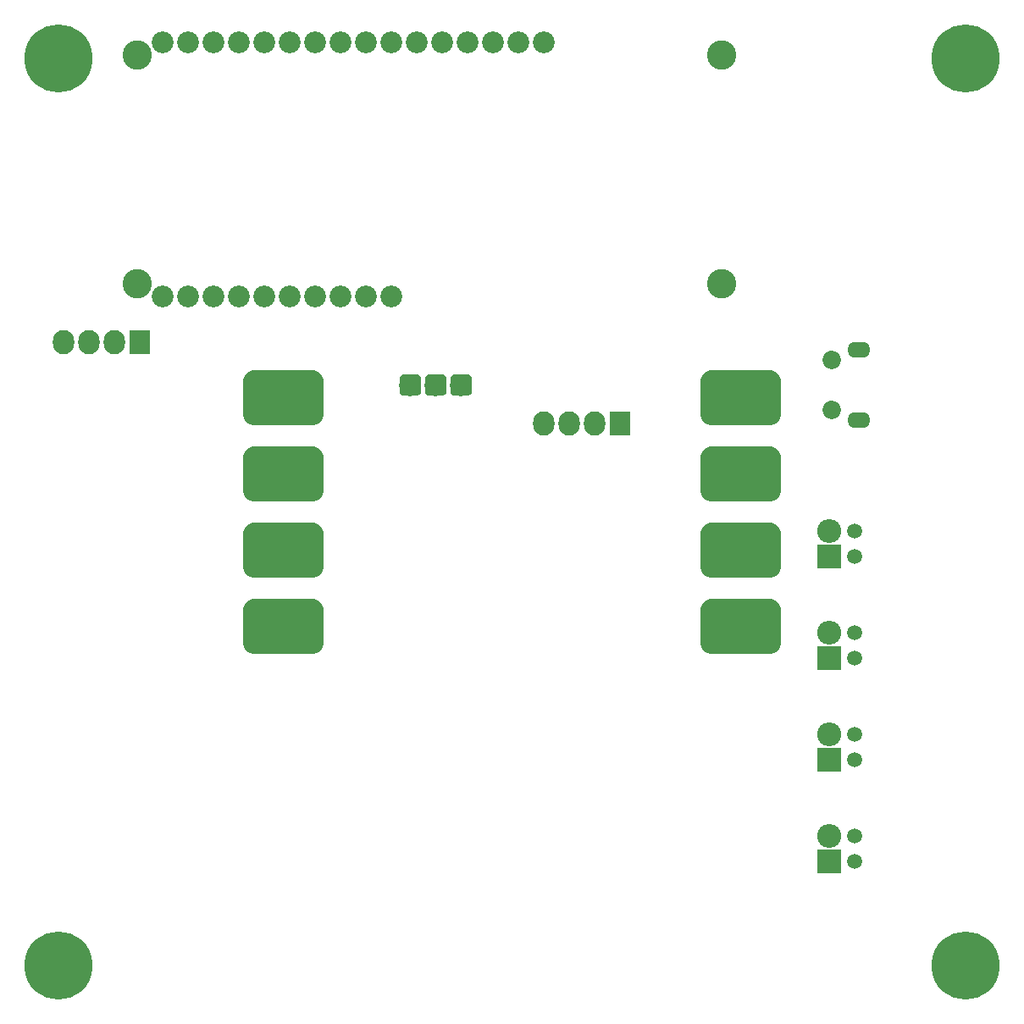
<source format=gbs>
G04 #@! TF.GenerationSoftware,KiCad,Pcbnew,5.0.0-rc2-dev-unknown-1cd6477~63~ubuntu16.04.1*
G04 #@! TF.CreationDate,2018-03-26T19:24:23+05:30*
G04 #@! TF.ProjectId,wyostat,77796F737461742E6B696361645F7063,rev?*
G04 #@! TF.SameCoordinates,Original*
G04 #@! TF.FileFunction,Soldermask,Bot*
G04 #@! TF.FilePolarity,Negative*
%FSLAX46Y46*%
G04 Gerber Fmt 4.6, Leading zero omitted, Abs format (unit mm)*
G04 Created by KiCad (PCBNEW 5.0.0-rc2-dev-unknown-1cd6477~63~ubuntu16.04.1) date Mon Mar 26 19:24:23 2018*
%MOMM*%
%LPD*%
G01*
G04 APERTURE LIST*
%ADD10C,0.508000*%
%ADD11C,5.480000*%
%ADD12C,2.940000*%
%ADD13C,2.178000*%
%ADD14O,2.300000X1.600000*%
%ADD15C,1.850000*%
%ADD16O,2.127200X2.432000*%
%ADD17R,2.127200X2.432000*%
%ADD18O,2.398980X2.398980*%
%ADD19R,2.398980X2.398980*%
%ADD20C,1.500000*%
%ADD21C,1.200000*%
%ADD22C,6.800000*%
G04 APERTURE END LIST*
D10*
G36*
X61441427Y-89975278D02*
X61547819Y-89991059D01*
X61652152Y-90017193D01*
X61753421Y-90053428D01*
X61850651Y-90099414D01*
X61942905Y-90154709D01*
X62029295Y-90218781D01*
X62108989Y-90291011D01*
X62181219Y-90370705D01*
X62245291Y-90457095D01*
X62300586Y-90549349D01*
X62346572Y-90646579D01*
X62382807Y-90747848D01*
X62408941Y-90852181D01*
X62424722Y-90958573D01*
X62430000Y-91066000D01*
X62430000Y-94354000D01*
X62424722Y-94461427D01*
X62408941Y-94567819D01*
X62382807Y-94672152D01*
X62346572Y-94773421D01*
X62300586Y-94870651D01*
X62245291Y-94962905D01*
X62181219Y-95049295D01*
X62108989Y-95128989D01*
X62029295Y-95201219D01*
X61942905Y-95265291D01*
X61850651Y-95320586D01*
X61753421Y-95366572D01*
X61652152Y-95402807D01*
X61547819Y-95428941D01*
X61441427Y-95444722D01*
X61334000Y-95450000D01*
X55506000Y-95450000D01*
X55398573Y-95444722D01*
X55292181Y-95428941D01*
X55187848Y-95402807D01*
X55086579Y-95366572D01*
X54989349Y-95320586D01*
X54897095Y-95265291D01*
X54810705Y-95201219D01*
X54731011Y-95128989D01*
X54658781Y-95049295D01*
X54594709Y-94962905D01*
X54539414Y-94870651D01*
X54493428Y-94773421D01*
X54457193Y-94672152D01*
X54431059Y-94567819D01*
X54415278Y-94461427D01*
X54410000Y-94354000D01*
X54410000Y-91066000D01*
X54415278Y-90958573D01*
X54431059Y-90852181D01*
X54457193Y-90747848D01*
X54493428Y-90646579D01*
X54539414Y-90549349D01*
X54594709Y-90457095D01*
X54658781Y-90370705D01*
X54731011Y-90291011D01*
X54810705Y-90218781D01*
X54897095Y-90154709D01*
X54989349Y-90099414D01*
X55086579Y-90053428D01*
X55187848Y-90017193D01*
X55292181Y-89991059D01*
X55398573Y-89975278D01*
X55506000Y-89970000D01*
X61334000Y-89970000D01*
X61441427Y-89975278D01*
X61441427Y-89975278D01*
G37*
D11*
X58420000Y-92710000D03*
D10*
G36*
X61441427Y-82355278D02*
X61547819Y-82371059D01*
X61652152Y-82397193D01*
X61753421Y-82433428D01*
X61850651Y-82479414D01*
X61942905Y-82534709D01*
X62029295Y-82598781D01*
X62108989Y-82671011D01*
X62181219Y-82750705D01*
X62245291Y-82837095D01*
X62300586Y-82929349D01*
X62346572Y-83026579D01*
X62382807Y-83127848D01*
X62408941Y-83232181D01*
X62424722Y-83338573D01*
X62430000Y-83446000D01*
X62430000Y-86734000D01*
X62424722Y-86841427D01*
X62408941Y-86947819D01*
X62382807Y-87052152D01*
X62346572Y-87153421D01*
X62300586Y-87250651D01*
X62245291Y-87342905D01*
X62181219Y-87429295D01*
X62108989Y-87508989D01*
X62029295Y-87581219D01*
X61942905Y-87645291D01*
X61850651Y-87700586D01*
X61753421Y-87746572D01*
X61652152Y-87782807D01*
X61547819Y-87808941D01*
X61441427Y-87824722D01*
X61334000Y-87830000D01*
X55506000Y-87830000D01*
X55398573Y-87824722D01*
X55292181Y-87808941D01*
X55187848Y-87782807D01*
X55086579Y-87746572D01*
X54989349Y-87700586D01*
X54897095Y-87645291D01*
X54810705Y-87581219D01*
X54731011Y-87508989D01*
X54658781Y-87429295D01*
X54594709Y-87342905D01*
X54539414Y-87250651D01*
X54493428Y-87153421D01*
X54457193Y-87052152D01*
X54431059Y-86947819D01*
X54415278Y-86841427D01*
X54410000Y-86734000D01*
X54410000Y-83446000D01*
X54415278Y-83338573D01*
X54431059Y-83232181D01*
X54457193Y-83127848D01*
X54493428Y-83026579D01*
X54539414Y-82929349D01*
X54594709Y-82837095D01*
X54658781Y-82750705D01*
X54731011Y-82671011D01*
X54810705Y-82598781D01*
X54897095Y-82534709D01*
X54989349Y-82479414D01*
X55086579Y-82433428D01*
X55187848Y-82397193D01*
X55292181Y-82371059D01*
X55398573Y-82355278D01*
X55506000Y-82350000D01*
X61334000Y-82350000D01*
X61441427Y-82355278D01*
X61441427Y-82355278D01*
G37*
D11*
X58420000Y-85090000D03*
D10*
G36*
X107161427Y-89975278D02*
X107267819Y-89991059D01*
X107372152Y-90017193D01*
X107473421Y-90053428D01*
X107570651Y-90099414D01*
X107662905Y-90154709D01*
X107749295Y-90218781D01*
X107828989Y-90291011D01*
X107901219Y-90370705D01*
X107965291Y-90457095D01*
X108020586Y-90549349D01*
X108066572Y-90646579D01*
X108102807Y-90747848D01*
X108128941Y-90852181D01*
X108144722Y-90958573D01*
X108150000Y-91066000D01*
X108150000Y-94354000D01*
X108144722Y-94461427D01*
X108128941Y-94567819D01*
X108102807Y-94672152D01*
X108066572Y-94773421D01*
X108020586Y-94870651D01*
X107965291Y-94962905D01*
X107901219Y-95049295D01*
X107828989Y-95128989D01*
X107749295Y-95201219D01*
X107662905Y-95265291D01*
X107570651Y-95320586D01*
X107473421Y-95366572D01*
X107372152Y-95402807D01*
X107267819Y-95428941D01*
X107161427Y-95444722D01*
X107054000Y-95450000D01*
X101226000Y-95450000D01*
X101118573Y-95444722D01*
X101012181Y-95428941D01*
X100907848Y-95402807D01*
X100806579Y-95366572D01*
X100709349Y-95320586D01*
X100617095Y-95265291D01*
X100530705Y-95201219D01*
X100451011Y-95128989D01*
X100378781Y-95049295D01*
X100314709Y-94962905D01*
X100259414Y-94870651D01*
X100213428Y-94773421D01*
X100177193Y-94672152D01*
X100151059Y-94567819D01*
X100135278Y-94461427D01*
X100130000Y-94354000D01*
X100130000Y-91066000D01*
X100135278Y-90958573D01*
X100151059Y-90852181D01*
X100177193Y-90747848D01*
X100213428Y-90646579D01*
X100259414Y-90549349D01*
X100314709Y-90457095D01*
X100378781Y-90370705D01*
X100451011Y-90291011D01*
X100530705Y-90218781D01*
X100617095Y-90154709D01*
X100709349Y-90099414D01*
X100806579Y-90053428D01*
X100907848Y-90017193D01*
X101012181Y-89991059D01*
X101118573Y-89975278D01*
X101226000Y-89970000D01*
X107054000Y-89970000D01*
X107161427Y-89975278D01*
X107161427Y-89975278D01*
G37*
D11*
X104140000Y-92710000D03*
D10*
G36*
X107161427Y-67115278D02*
X107267819Y-67131059D01*
X107372152Y-67157193D01*
X107473421Y-67193428D01*
X107570651Y-67239414D01*
X107662905Y-67294709D01*
X107749295Y-67358781D01*
X107828989Y-67431011D01*
X107901219Y-67510705D01*
X107965291Y-67597095D01*
X108020586Y-67689349D01*
X108066572Y-67786579D01*
X108102807Y-67887848D01*
X108128941Y-67992181D01*
X108144722Y-68098573D01*
X108150000Y-68206000D01*
X108150000Y-71494000D01*
X108144722Y-71601427D01*
X108128941Y-71707819D01*
X108102807Y-71812152D01*
X108066572Y-71913421D01*
X108020586Y-72010651D01*
X107965291Y-72102905D01*
X107901219Y-72189295D01*
X107828989Y-72268989D01*
X107749295Y-72341219D01*
X107662905Y-72405291D01*
X107570651Y-72460586D01*
X107473421Y-72506572D01*
X107372152Y-72542807D01*
X107267819Y-72568941D01*
X107161427Y-72584722D01*
X107054000Y-72590000D01*
X101226000Y-72590000D01*
X101118573Y-72584722D01*
X101012181Y-72568941D01*
X100907848Y-72542807D01*
X100806579Y-72506572D01*
X100709349Y-72460586D01*
X100617095Y-72405291D01*
X100530705Y-72341219D01*
X100451011Y-72268989D01*
X100378781Y-72189295D01*
X100314709Y-72102905D01*
X100259414Y-72010651D01*
X100213428Y-71913421D01*
X100177193Y-71812152D01*
X100151059Y-71707819D01*
X100135278Y-71601427D01*
X100130000Y-71494000D01*
X100130000Y-68206000D01*
X100135278Y-68098573D01*
X100151059Y-67992181D01*
X100177193Y-67887848D01*
X100213428Y-67786579D01*
X100259414Y-67689349D01*
X100314709Y-67597095D01*
X100378781Y-67510705D01*
X100451011Y-67431011D01*
X100530705Y-67358781D01*
X100617095Y-67294709D01*
X100709349Y-67239414D01*
X100806579Y-67193428D01*
X100907848Y-67157193D01*
X101012181Y-67131059D01*
X101118573Y-67115278D01*
X101226000Y-67110000D01*
X107054000Y-67110000D01*
X107161427Y-67115278D01*
X107161427Y-67115278D01*
G37*
D11*
X104140000Y-69850000D03*
D10*
G36*
X107161427Y-82355278D02*
X107267819Y-82371059D01*
X107372152Y-82397193D01*
X107473421Y-82433428D01*
X107570651Y-82479414D01*
X107662905Y-82534709D01*
X107749295Y-82598781D01*
X107828989Y-82671011D01*
X107901219Y-82750705D01*
X107965291Y-82837095D01*
X108020586Y-82929349D01*
X108066572Y-83026579D01*
X108102807Y-83127848D01*
X108128941Y-83232181D01*
X108144722Y-83338573D01*
X108150000Y-83446000D01*
X108150000Y-86734000D01*
X108144722Y-86841427D01*
X108128941Y-86947819D01*
X108102807Y-87052152D01*
X108066572Y-87153421D01*
X108020586Y-87250651D01*
X107965291Y-87342905D01*
X107901219Y-87429295D01*
X107828989Y-87508989D01*
X107749295Y-87581219D01*
X107662905Y-87645291D01*
X107570651Y-87700586D01*
X107473421Y-87746572D01*
X107372152Y-87782807D01*
X107267819Y-87808941D01*
X107161427Y-87824722D01*
X107054000Y-87830000D01*
X101226000Y-87830000D01*
X101118573Y-87824722D01*
X101012181Y-87808941D01*
X100907848Y-87782807D01*
X100806579Y-87746572D01*
X100709349Y-87700586D01*
X100617095Y-87645291D01*
X100530705Y-87581219D01*
X100451011Y-87508989D01*
X100378781Y-87429295D01*
X100314709Y-87342905D01*
X100259414Y-87250651D01*
X100213428Y-87153421D01*
X100177193Y-87052152D01*
X100151059Y-86947819D01*
X100135278Y-86841427D01*
X100130000Y-86734000D01*
X100130000Y-83446000D01*
X100135278Y-83338573D01*
X100151059Y-83232181D01*
X100177193Y-83127848D01*
X100213428Y-83026579D01*
X100259414Y-82929349D01*
X100314709Y-82837095D01*
X100378781Y-82750705D01*
X100451011Y-82671011D01*
X100530705Y-82598781D01*
X100617095Y-82534709D01*
X100709349Y-82479414D01*
X100806579Y-82433428D01*
X100907848Y-82397193D01*
X101012181Y-82371059D01*
X101118573Y-82355278D01*
X101226000Y-82350000D01*
X107054000Y-82350000D01*
X107161427Y-82355278D01*
X107161427Y-82355278D01*
G37*
D11*
X104140000Y-85090000D03*
D10*
G36*
X107161427Y-74735278D02*
X107267819Y-74751059D01*
X107372152Y-74777193D01*
X107473421Y-74813428D01*
X107570651Y-74859414D01*
X107662905Y-74914709D01*
X107749295Y-74978781D01*
X107828989Y-75051011D01*
X107901219Y-75130705D01*
X107965291Y-75217095D01*
X108020586Y-75309349D01*
X108066572Y-75406579D01*
X108102807Y-75507848D01*
X108128941Y-75612181D01*
X108144722Y-75718573D01*
X108150000Y-75826000D01*
X108150000Y-79114000D01*
X108144722Y-79221427D01*
X108128941Y-79327819D01*
X108102807Y-79432152D01*
X108066572Y-79533421D01*
X108020586Y-79630651D01*
X107965291Y-79722905D01*
X107901219Y-79809295D01*
X107828989Y-79888989D01*
X107749295Y-79961219D01*
X107662905Y-80025291D01*
X107570651Y-80080586D01*
X107473421Y-80126572D01*
X107372152Y-80162807D01*
X107267819Y-80188941D01*
X107161427Y-80204722D01*
X107054000Y-80210000D01*
X101226000Y-80210000D01*
X101118573Y-80204722D01*
X101012181Y-80188941D01*
X100907848Y-80162807D01*
X100806579Y-80126572D01*
X100709349Y-80080586D01*
X100617095Y-80025291D01*
X100530705Y-79961219D01*
X100451011Y-79888989D01*
X100378781Y-79809295D01*
X100314709Y-79722905D01*
X100259414Y-79630651D01*
X100213428Y-79533421D01*
X100177193Y-79432152D01*
X100151059Y-79327819D01*
X100135278Y-79221427D01*
X100130000Y-79114000D01*
X100130000Y-75826000D01*
X100135278Y-75718573D01*
X100151059Y-75612181D01*
X100177193Y-75507848D01*
X100213428Y-75406579D01*
X100259414Y-75309349D01*
X100314709Y-75217095D01*
X100378781Y-75130705D01*
X100451011Y-75051011D01*
X100530705Y-74978781D01*
X100617095Y-74914709D01*
X100709349Y-74859414D01*
X100806579Y-74813428D01*
X100907848Y-74777193D01*
X101012181Y-74751059D01*
X101118573Y-74735278D01*
X101226000Y-74730000D01*
X107054000Y-74730000D01*
X107161427Y-74735278D01*
X107161427Y-74735278D01*
G37*
D11*
X104140000Y-77470000D03*
D10*
G36*
X61441427Y-74735278D02*
X61547819Y-74751059D01*
X61652152Y-74777193D01*
X61753421Y-74813428D01*
X61850651Y-74859414D01*
X61942905Y-74914709D01*
X62029295Y-74978781D01*
X62108989Y-75051011D01*
X62181219Y-75130705D01*
X62245291Y-75217095D01*
X62300586Y-75309349D01*
X62346572Y-75406579D01*
X62382807Y-75507848D01*
X62408941Y-75612181D01*
X62424722Y-75718573D01*
X62430000Y-75826000D01*
X62430000Y-79114000D01*
X62424722Y-79221427D01*
X62408941Y-79327819D01*
X62382807Y-79432152D01*
X62346572Y-79533421D01*
X62300586Y-79630651D01*
X62245291Y-79722905D01*
X62181219Y-79809295D01*
X62108989Y-79888989D01*
X62029295Y-79961219D01*
X61942905Y-80025291D01*
X61850651Y-80080586D01*
X61753421Y-80126572D01*
X61652152Y-80162807D01*
X61547819Y-80188941D01*
X61441427Y-80204722D01*
X61334000Y-80210000D01*
X55506000Y-80210000D01*
X55398573Y-80204722D01*
X55292181Y-80188941D01*
X55187848Y-80162807D01*
X55086579Y-80126572D01*
X54989349Y-80080586D01*
X54897095Y-80025291D01*
X54810705Y-79961219D01*
X54731011Y-79888989D01*
X54658781Y-79809295D01*
X54594709Y-79722905D01*
X54539414Y-79630651D01*
X54493428Y-79533421D01*
X54457193Y-79432152D01*
X54431059Y-79327819D01*
X54415278Y-79221427D01*
X54410000Y-79114000D01*
X54410000Y-75826000D01*
X54415278Y-75718573D01*
X54431059Y-75612181D01*
X54457193Y-75507848D01*
X54493428Y-75406579D01*
X54539414Y-75309349D01*
X54594709Y-75217095D01*
X54658781Y-75130705D01*
X54731011Y-75051011D01*
X54810705Y-74978781D01*
X54897095Y-74914709D01*
X54989349Y-74859414D01*
X55086579Y-74813428D01*
X55187848Y-74777193D01*
X55292181Y-74751059D01*
X55398573Y-74735278D01*
X55506000Y-74730000D01*
X61334000Y-74730000D01*
X61441427Y-74735278D01*
X61441427Y-74735278D01*
G37*
D11*
X58420000Y-77470000D03*
D10*
G36*
X61441427Y-67115278D02*
X61547819Y-67131059D01*
X61652152Y-67157193D01*
X61753421Y-67193428D01*
X61850651Y-67239414D01*
X61942905Y-67294709D01*
X62029295Y-67358781D01*
X62108989Y-67431011D01*
X62181219Y-67510705D01*
X62245291Y-67597095D01*
X62300586Y-67689349D01*
X62346572Y-67786579D01*
X62382807Y-67887848D01*
X62408941Y-67992181D01*
X62424722Y-68098573D01*
X62430000Y-68206000D01*
X62430000Y-71494000D01*
X62424722Y-71601427D01*
X62408941Y-71707819D01*
X62382807Y-71812152D01*
X62346572Y-71913421D01*
X62300586Y-72010651D01*
X62245291Y-72102905D01*
X62181219Y-72189295D01*
X62108989Y-72268989D01*
X62029295Y-72341219D01*
X61942905Y-72405291D01*
X61850651Y-72460586D01*
X61753421Y-72506572D01*
X61652152Y-72542807D01*
X61547819Y-72568941D01*
X61441427Y-72584722D01*
X61334000Y-72590000D01*
X55506000Y-72590000D01*
X55398573Y-72584722D01*
X55292181Y-72568941D01*
X55187848Y-72542807D01*
X55086579Y-72506572D01*
X54989349Y-72460586D01*
X54897095Y-72405291D01*
X54810705Y-72341219D01*
X54731011Y-72268989D01*
X54658781Y-72189295D01*
X54594709Y-72102905D01*
X54539414Y-72010651D01*
X54493428Y-71913421D01*
X54457193Y-71812152D01*
X54431059Y-71707819D01*
X54415278Y-71601427D01*
X54410000Y-71494000D01*
X54410000Y-68206000D01*
X54415278Y-68098573D01*
X54431059Y-67992181D01*
X54457193Y-67887848D01*
X54493428Y-67786579D01*
X54539414Y-67689349D01*
X54594709Y-67597095D01*
X54658781Y-67510705D01*
X54731011Y-67431011D01*
X54810705Y-67358781D01*
X54897095Y-67294709D01*
X54989349Y-67239414D01*
X55086579Y-67193428D01*
X55187848Y-67157193D01*
X55292181Y-67131059D01*
X55398573Y-67115278D01*
X55506000Y-67110000D01*
X61334000Y-67110000D01*
X61441427Y-67115278D01*
X61441427Y-67115278D01*
G37*
D11*
X58420000Y-69850000D03*
D12*
X43815000Y-35560000D03*
X102235000Y-35560000D03*
X102235000Y-58420000D03*
X43815000Y-58420000D03*
D13*
X46355000Y-59690000D03*
X48895000Y-59690000D03*
X51435000Y-59690000D03*
X53975000Y-59690000D03*
X56515000Y-59690000D03*
X59055000Y-59690000D03*
X61595000Y-59690000D03*
X64135000Y-59690000D03*
X66675000Y-59690000D03*
X69215000Y-59690000D03*
X84455000Y-34290000D03*
X81915000Y-34290000D03*
X79375000Y-34290000D03*
X76835000Y-34290000D03*
X74295000Y-34290000D03*
X71755000Y-34290000D03*
X69215000Y-34290000D03*
X66675000Y-34290000D03*
X64135000Y-34290000D03*
X61595000Y-34290000D03*
X59055000Y-34290000D03*
X56515000Y-34290000D03*
X53975000Y-34290000D03*
X51435000Y-34290000D03*
X48895000Y-34290000D03*
X46355000Y-34290000D03*
D10*
G36*
X76797870Y-67493622D02*
X76850727Y-67501462D01*
X76902560Y-67514446D01*
X76952871Y-67532448D01*
X77001176Y-67555294D01*
X77047008Y-67582765D01*
X77089927Y-67614596D01*
X77129520Y-67650480D01*
X77165404Y-67690073D01*
X77197235Y-67732992D01*
X77224706Y-67778824D01*
X77247552Y-67827129D01*
X77265554Y-67877440D01*
X77278538Y-67929273D01*
X77286378Y-67982130D01*
X77289000Y-68035500D01*
X77289000Y-69124500D01*
X77286378Y-69177870D01*
X77278538Y-69230727D01*
X77265554Y-69282560D01*
X77247552Y-69332871D01*
X77224706Y-69381176D01*
X77197235Y-69427008D01*
X77165404Y-69469927D01*
X77129520Y-69509520D01*
X77089927Y-69545404D01*
X77047008Y-69577235D01*
X77001176Y-69604706D01*
X76952871Y-69627552D01*
X76902560Y-69645554D01*
X76850727Y-69658538D01*
X76797870Y-69666378D01*
X76744500Y-69669000D01*
X75655500Y-69669000D01*
X75602130Y-69666378D01*
X75549273Y-69658538D01*
X75497440Y-69645554D01*
X75447129Y-69627552D01*
X75398824Y-69604706D01*
X75352992Y-69577235D01*
X75310073Y-69545404D01*
X75270480Y-69509520D01*
X75234596Y-69469927D01*
X75202765Y-69427008D01*
X75175294Y-69381176D01*
X75152448Y-69332871D01*
X75134446Y-69282560D01*
X75121462Y-69230727D01*
X75113622Y-69177870D01*
X75111000Y-69124500D01*
X75111000Y-68035500D01*
X75113622Y-67982130D01*
X75121462Y-67929273D01*
X75134446Y-67877440D01*
X75152448Y-67827129D01*
X75175294Y-67778824D01*
X75202765Y-67732992D01*
X75234596Y-67690073D01*
X75270480Y-67650480D01*
X75310073Y-67614596D01*
X75352992Y-67582765D01*
X75398824Y-67555294D01*
X75447129Y-67532448D01*
X75497440Y-67514446D01*
X75549273Y-67501462D01*
X75602130Y-67493622D01*
X75655500Y-67491000D01*
X76744500Y-67491000D01*
X76797870Y-67493622D01*
X76797870Y-67493622D01*
G37*
D13*
X76200000Y-68580000D03*
D10*
G36*
X74257870Y-67493622D02*
X74310727Y-67501462D01*
X74362560Y-67514446D01*
X74412871Y-67532448D01*
X74461176Y-67555294D01*
X74507008Y-67582765D01*
X74549927Y-67614596D01*
X74589520Y-67650480D01*
X74625404Y-67690073D01*
X74657235Y-67732992D01*
X74684706Y-67778824D01*
X74707552Y-67827129D01*
X74725554Y-67877440D01*
X74738538Y-67929273D01*
X74746378Y-67982130D01*
X74749000Y-68035500D01*
X74749000Y-69124500D01*
X74746378Y-69177870D01*
X74738538Y-69230727D01*
X74725554Y-69282560D01*
X74707552Y-69332871D01*
X74684706Y-69381176D01*
X74657235Y-69427008D01*
X74625404Y-69469927D01*
X74589520Y-69509520D01*
X74549927Y-69545404D01*
X74507008Y-69577235D01*
X74461176Y-69604706D01*
X74412871Y-69627552D01*
X74362560Y-69645554D01*
X74310727Y-69658538D01*
X74257870Y-69666378D01*
X74204500Y-69669000D01*
X73115500Y-69669000D01*
X73062130Y-69666378D01*
X73009273Y-69658538D01*
X72957440Y-69645554D01*
X72907129Y-69627552D01*
X72858824Y-69604706D01*
X72812992Y-69577235D01*
X72770073Y-69545404D01*
X72730480Y-69509520D01*
X72694596Y-69469927D01*
X72662765Y-69427008D01*
X72635294Y-69381176D01*
X72612448Y-69332871D01*
X72594446Y-69282560D01*
X72581462Y-69230727D01*
X72573622Y-69177870D01*
X72571000Y-69124500D01*
X72571000Y-68035500D01*
X72573622Y-67982130D01*
X72581462Y-67929273D01*
X72594446Y-67877440D01*
X72612448Y-67827129D01*
X72635294Y-67778824D01*
X72662765Y-67732992D01*
X72694596Y-67690073D01*
X72730480Y-67650480D01*
X72770073Y-67614596D01*
X72812992Y-67582765D01*
X72858824Y-67555294D01*
X72907129Y-67532448D01*
X72957440Y-67514446D01*
X73009273Y-67501462D01*
X73062130Y-67493622D01*
X73115500Y-67491000D01*
X74204500Y-67491000D01*
X74257870Y-67493622D01*
X74257870Y-67493622D01*
G37*
D13*
X73660000Y-68580000D03*
D10*
G36*
X71717870Y-67493622D02*
X71770727Y-67501462D01*
X71822560Y-67514446D01*
X71872871Y-67532448D01*
X71921176Y-67555294D01*
X71967008Y-67582765D01*
X72009927Y-67614596D01*
X72049520Y-67650480D01*
X72085404Y-67690073D01*
X72117235Y-67732992D01*
X72144706Y-67778824D01*
X72167552Y-67827129D01*
X72185554Y-67877440D01*
X72198538Y-67929273D01*
X72206378Y-67982130D01*
X72209000Y-68035500D01*
X72209000Y-69124500D01*
X72206378Y-69177870D01*
X72198538Y-69230727D01*
X72185554Y-69282560D01*
X72167552Y-69332871D01*
X72144706Y-69381176D01*
X72117235Y-69427008D01*
X72085404Y-69469927D01*
X72049520Y-69509520D01*
X72009927Y-69545404D01*
X71967008Y-69577235D01*
X71921176Y-69604706D01*
X71872871Y-69627552D01*
X71822560Y-69645554D01*
X71770727Y-69658538D01*
X71717870Y-69666378D01*
X71664500Y-69669000D01*
X70575500Y-69669000D01*
X70522130Y-69666378D01*
X70469273Y-69658538D01*
X70417440Y-69645554D01*
X70367129Y-69627552D01*
X70318824Y-69604706D01*
X70272992Y-69577235D01*
X70230073Y-69545404D01*
X70190480Y-69509520D01*
X70154596Y-69469927D01*
X70122765Y-69427008D01*
X70095294Y-69381176D01*
X70072448Y-69332871D01*
X70054446Y-69282560D01*
X70041462Y-69230727D01*
X70033622Y-69177870D01*
X70031000Y-69124500D01*
X70031000Y-68035500D01*
X70033622Y-67982130D01*
X70041462Y-67929273D01*
X70054446Y-67877440D01*
X70072448Y-67827129D01*
X70095294Y-67778824D01*
X70122765Y-67732992D01*
X70154596Y-67690073D01*
X70190480Y-67650480D01*
X70230073Y-67614596D01*
X70272992Y-67582765D01*
X70318824Y-67555294D01*
X70367129Y-67532448D01*
X70417440Y-67514446D01*
X70469273Y-67501462D01*
X70522130Y-67493622D01*
X70575500Y-67491000D01*
X71664500Y-67491000D01*
X71717870Y-67493622D01*
X71717870Y-67493622D01*
G37*
D13*
X71120000Y-68580000D03*
D14*
X115920000Y-65080000D03*
X115920000Y-72080000D03*
D15*
X113220000Y-66080000D03*
X113220000Y-71080000D03*
D16*
X36449000Y-64262000D03*
X38989000Y-64262000D03*
X41529000Y-64262000D03*
D17*
X44069000Y-64262000D03*
D18*
X113030000Y-93325000D03*
D19*
X113030000Y-95865000D03*
D20*
X115570000Y-95865000D03*
X115570000Y-93325000D03*
D18*
X113030000Y-83165000D03*
D19*
X113030000Y-85705000D03*
D20*
X115570000Y-85705000D03*
X115570000Y-83165000D03*
D18*
X113030000Y-103485000D03*
D19*
X113030000Y-106025000D03*
D20*
X115570000Y-106025000D03*
X115570000Y-103485000D03*
D18*
X113030000Y-113645000D03*
D19*
X113030000Y-116185000D03*
D20*
X115570000Y-116185000D03*
X115570000Y-113645000D03*
D17*
X92075000Y-72390000D03*
D16*
X89535000Y-72390000D03*
X86995000Y-72390000D03*
X84455000Y-72390000D03*
D21*
X37638056Y-34243944D03*
X35941000Y-33541000D03*
X34243944Y-34243944D03*
X33541000Y-35941000D03*
X34243944Y-37638056D03*
X35941000Y-38341000D03*
X37638056Y-37638056D03*
X38341000Y-35941000D03*
D22*
X35941000Y-35941000D03*
D21*
X128316056Y-34243944D03*
X126619000Y-33541000D03*
X124921944Y-34243944D03*
X124219000Y-35941000D03*
X124921944Y-37638056D03*
X126619000Y-38341000D03*
X128316056Y-37638056D03*
X129019000Y-35941000D03*
D22*
X126619000Y-35941000D03*
X35941000Y-126619000D03*
D21*
X38341000Y-126619000D03*
X37638056Y-128316056D03*
X35941000Y-129019000D03*
X34243944Y-128316056D03*
X33541000Y-126619000D03*
X34243944Y-124921944D03*
X35941000Y-124219000D03*
X37638056Y-124921944D03*
D22*
X126619000Y-126619000D03*
D21*
X129019000Y-126619000D03*
X128316056Y-128316056D03*
X126619000Y-129019000D03*
X124921944Y-128316056D03*
X124219000Y-126619000D03*
X124921944Y-124921944D03*
X126619000Y-124219000D03*
X128316056Y-124921944D03*
M02*

</source>
